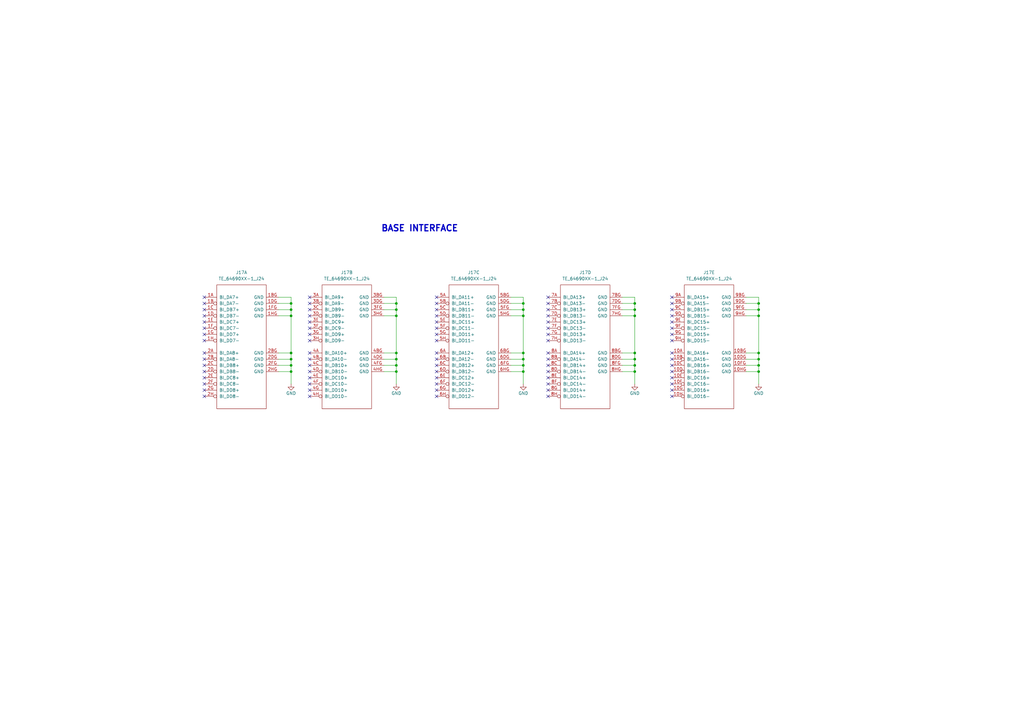
<source format=kicad_sch>
(kicad_sch (version 20211123) (generator eeschema)
  (paper "A3")
  (title_block (title "ATCA Template") (date "2023-01-05") (rev "1.0") (company "Karlsruhe Institute of Technology (KIT)") (comment 1 "Carsten Schmerbeck") (comment 2 "Luis Ardila") (comment 4 "Licensed under CERN-OHL-P v2"))
  (junction (at 260.35 147.32))
  (junction (at 162.56 129.54))
  (junction (at 214.63 152.4))
  (junction (at 214.63 147.32))
  (junction (at 214.63 144.78))
  (junction (at 311.15 149.86))
  (junction (at 119.38 127))
  (junction (at 214.63 149.86))
  (junction (at 162.56 147.32))
  (junction (at 162.56 127))
  (junction (at 119.38 149.86))
  (junction (at 162.56 124.46))
  (junction (at 311.15 124.46))
  (junction (at 214.63 129.54))
  (junction (at 162.56 149.86))
  (junction (at 260.35 144.78))
  (junction (at 214.63 124.46))
  (junction (at 311.15 144.78))
  (junction (at 162.56 144.78))
  (junction (at 260.35 129.54))
  (junction (at 119.38 144.78))
  (junction (at 214.63 127))
  (junction (at 311.15 152.4))
  (junction (at 260.35 152.4))
  (junction (at 311.15 147.32))
  (junction (at 119.38 147.32))
  (junction (at 260.35 149.86))
  (junction (at 119.38 152.4))
  (junction (at 260.35 127))
  (junction (at 260.35 124.46))
  (junction (at 311.15 129.54))
  (junction (at 162.56 152.4))
  (junction (at 119.38 129.54))
  (junction (at 119.38 124.46))
  (junction (at 311.15 127))
  (no_connect (at 275.59 154.94))
  (no_connect (at 224.79 139.7))
  (no_connect (at 224.79 162.56))
  (no_connect (at 275.59 160.02))
  (no_connect (at 179.07 147.32))
  (no_connect (at 179.07 144.78))
  (no_connect (at 179.07 134.62))
  (no_connect (at 127 152.4))
  (no_connect (at 83.82 134.62))
  (no_connect (at 275.59 144.78))
  (no_connect (at 83.82 121.92))
  (no_connect (at 83.82 139.7))
  (no_connect (at 127 121.92))
  (no_connect (at 127 137.16))
  (no_connect (at 275.59 162.56))
  (no_connect (at 275.59 152.4))
  (no_connect (at 179.07 160.02))
  (no_connect (at 83.82 160.02))
  (no_connect (at 275.59 134.62))
  (no_connect (at 275.59 121.92))
  (no_connect (at 127 157.48))
  (no_connect (at 224.79 144.78))
  (no_connect (at 275.59 127))
  (no_connect (at 179.07 124.46))
  (no_connect (at 275.59 124.46))
  (no_connect (at 275.59 129.54))
  (no_connect (at 275.59 157.48))
  (no_connect (at 83.82 147.32))
  (no_connect (at 179.07 152.4))
  (no_connect (at 224.79 154.94))
  (no_connect (at 224.79 147.32))
  (no_connect (at 83.82 162.56))
  (no_connect (at 275.59 137.16))
  (no_connect (at 127 154.94))
  (no_connect (at 83.82 124.46))
  (no_connect (at 224.79 152.4))
  (no_connect (at 127 160.02))
  (no_connect (at 224.79 127))
  (no_connect (at 127 139.7))
  (no_connect (at 83.82 154.94))
  (no_connect (at 83.82 129.54))
  (no_connect (at 127 132.08))
  (no_connect (at 127 124.46))
  (no_connect (at 127 134.62))
  (no_connect (at 179.07 157.48))
  (no_connect (at 179.07 149.86))
  (no_connect (at 127 129.54))
  (no_connect (at 275.59 139.7))
  (no_connect (at 224.79 160.02))
  (no_connect (at 224.79 124.46))
  (no_connect (at 224.79 134.62))
  (no_connect (at 83.82 152.4))
  (no_connect (at 224.79 137.16))
  (no_connect (at 179.07 129.54))
  (no_connect (at 127 147.32))
  (no_connect (at 83.82 127))
  (no_connect (at 83.82 137.16))
  (no_connect (at 127 127))
  (no_connect (at 83.82 149.86))
  (no_connect (at 127 162.56))
  (no_connect (at 224.79 149.86))
  (no_connect (at 224.79 121.92))
  (no_connect (at 179.07 154.94))
  (no_connect (at 179.07 162.56))
  (no_connect (at 127 144.78))
  (no_connect (at 179.07 132.08))
  (no_connect (at 224.79 129.54))
  (no_connect (at 83.82 157.48))
  (no_connect (at 179.07 127))
  (no_connect (at 127 149.86))
  (no_connect (at 179.07 137.16))
  (no_connect (at 179.07 121.92))
  (no_connect (at 275.59 147.32))
  (no_connect (at 83.82 144.78))
  (no_connect (at 275.59 149.86))
  (no_connect (at 83.82 132.08))
  (no_connect (at 275.59 132.08))
  (no_connect (at 179.07 139.7))
  (no_connect (at 224.79 157.48))
  (no_connect (at 224.79 132.08))
  (wire (pts (xy 119.38 152.4) (xy 119.38 157.48)))
  (wire (pts (xy 114.3 144.78) (xy 119.38 144.78)))
  (wire (pts (xy 114.3 129.54) (xy 119.38 129.54)))
  (wire (pts (xy 114.3 127) (xy 119.38 127)))
  (wire (pts (xy 260.35 129.54) (xy 260.35 144.78)))
  (wire (pts (xy 214.63 147.32) (xy 214.63 149.86)))
  (wire (pts (xy 119.38 124.46) (xy 119.38 127)))
  (wire (pts (xy 119.38 127) (xy 119.38 129.54)))
  (wire (pts (xy 114.3 152.4) (xy 119.38 152.4)))
  (wire (pts (xy 162.56 149.86) (xy 162.56 152.4)))
  (wire (pts (xy 209.55 129.54) (xy 214.63 129.54)))
  (wire (pts (xy 255.27 149.86) (xy 260.35 149.86)))
  (wire (pts (xy 255.27 124.46) (xy 260.35 124.46)))
  (wire (pts (xy 209.55 147.32) (xy 214.63 147.32)))
  (wire (pts (xy 119.38 129.54) (xy 119.38 144.78)))
  (wire (pts (xy 311.15 144.78) (xy 311.15 147.32)))
  (wire (pts (xy 306.07 127) (xy 311.15 127)))
  (wire (pts (xy 119.38 149.86) (xy 119.38 152.4)))
  (wire (pts (xy 306.07 129.54) (xy 311.15 129.54)))
  (wire (pts (xy 157.48 124.46) (xy 162.56 124.46)))
  (wire (pts (xy 311.15 149.86) (xy 311.15 152.4)))
  (wire (pts (xy 162.56 144.78) (xy 162.56 147.32)))
  (wire (pts (xy 214.63 121.92) (xy 214.63 124.46)))
  (wire (pts (xy 209.55 121.92) (xy 214.63 121.92)))
  (wire (pts (xy 311.15 121.92) (xy 311.15 124.46)))
  (wire (pts (xy 311.15 152.4) (xy 311.15 157.48)))
  (wire (pts (xy 260.35 147.32) (xy 260.35 149.86)))
  (wire (pts (xy 255.27 129.54) (xy 260.35 129.54)))
  (wire (pts (xy 214.63 152.4) (xy 214.63 157.48)))
  (wire (pts (xy 214.63 144.78) (xy 214.63 147.32)))
  (wire (pts (xy 114.3 121.92) (xy 119.38 121.92)))
  (wire (pts (xy 306.07 124.46) (xy 311.15 124.46)))
  (wire (pts (xy 114.3 149.86) (xy 119.38 149.86)))
  (wire (pts (xy 214.63 124.46) (xy 214.63 127)))
  (wire (pts (xy 162.56 127) (xy 162.56 129.54)))
  (wire (pts (xy 255.27 144.78) (xy 260.35 144.78)))
  (wire (pts (xy 306.07 152.4) (xy 311.15 152.4)))
  (wire (pts (xy 162.56 152.4) (xy 162.56 157.48)))
  (wire (pts (xy 119.38 144.78) (xy 119.38 147.32)))
  (wire (pts (xy 255.27 152.4) (xy 260.35 152.4)))
  (wire (pts (xy 157.48 144.78) (xy 162.56 144.78)))
  (wire (pts (xy 260.35 127) (xy 260.35 129.54)))
  (wire (pts (xy 209.55 124.46) (xy 214.63 124.46)))
  (wire (pts (xy 260.35 152.4) (xy 260.35 157.48)))
  (wire (pts (xy 119.38 121.92) (xy 119.38 124.46)))
  (wire (pts (xy 209.55 149.86) (xy 214.63 149.86)))
  (wire (pts (xy 260.35 124.46) (xy 260.35 127)))
  (wire (pts (xy 214.63 149.86) (xy 214.63 152.4)))
  (wire (pts (xy 157.48 152.4) (xy 162.56 152.4)))
  (wire (pts (xy 209.55 127) (xy 214.63 127)))
  (wire (pts (xy 311.15 147.32) (xy 311.15 149.86)))
  (wire (pts (xy 162.56 121.92) (xy 162.56 124.46)))
  (wire (pts (xy 162.56 147.32) (xy 162.56 149.86)))
  (wire (pts (xy 209.55 144.78) (xy 214.63 144.78)))
  (wire (pts (xy 157.48 149.86) (xy 162.56 149.86)))
  (wire (pts (xy 311.15 127) (xy 311.15 129.54)))
  (wire (pts (xy 114.3 147.32) (xy 119.38 147.32)))
  (wire (pts (xy 255.27 121.92) (xy 260.35 121.92)))
  (wire (pts (xy 157.48 121.92) (xy 162.56 121.92)))
  (wire (pts (xy 306.07 147.32) (xy 311.15 147.32)))
  (wire (pts (xy 311.15 124.46) (xy 311.15 127)))
  (wire (pts (xy 114.3 124.46) (xy 119.38 124.46)))
  (wire (pts (xy 260.35 144.78) (xy 260.35 147.32)))
  (wire (pts (xy 306.07 121.92) (xy 311.15 121.92)))
  (wire (pts (xy 157.48 127) (xy 162.56 127)))
  (wire (pts (xy 255.27 127) (xy 260.35 127)))
  (wire (pts (xy 306.07 149.86) (xy 311.15 149.86)))
  (wire (pts (xy 157.48 147.32) (xy 162.56 147.32)))
  (wire (pts (xy 214.63 127) (xy 214.63 129.54)))
  (wire (pts (xy 260.35 149.86) (xy 260.35 152.4)))
  (wire (pts (xy 119.38 147.32) (xy 119.38 149.86)))
  (wire (pts (xy 260.35 121.92) (xy 260.35 124.46)))
  (wire (pts (xy 306.07 144.78) (xy 311.15 144.78)))
  (wire (pts (xy 162.56 124.46) (xy 162.56 127)))
  (wire (pts (xy 209.55 152.4) (xy 214.63 152.4)))
  (wire (pts (xy 214.63 129.54) (xy 214.63 144.78)))
  (wire (pts (xy 162.56 129.54) (xy 162.56 144.78)))
  (wire (pts (xy 157.48 129.54) (xy 162.56 129.54)))
  (wire (pts (xy 255.27 147.32) (xy 260.35 147.32)))
  (wire (pts (xy 311.15 129.54) (xy 311.15 144.78)))
  (text "BASE INTERFACE" (at 156.21 95.25 0) (effects (font (size 2.54 2.54) (thickness 0.508) bold) (justify left bottom)))
  (symbol (lib_name "TE_64690XX-1_J24_3") (lib_id "KIT_Connector:TE_64690XX-1_J24") (at 142.24 142.24 0) (unit 2)
    (property "Reference" "J17" (at 142.24 111.76 0))
    (property "Value" "TE_64690XX-1_J24" (at 142.24 114.3 0))
    (property "Footprint" "KIT_Connector:TE_6469001-1" (effects hide))
    (property "Datasheet" "https://www.te.com/commerce/DocumentDelivery/DDEController?Action=srchrtrv&DocNm=6469001&DocType=Customer+Drawing&DocLang=English" (effects hide))
    (property "digikey#" "A121106-ND" (effects hide))
    (property "manf" "TE Connectivity" (effects hide))
    (property "manf#" "6469001-1" (effects hide))
    (property "mouser#" "571-6469001-1" (effects hide))
    (property "stock" "Serenity: 20" (effects hide))
  )
  (symbol (lib_id "KIT_Connector:TE_64690XX-1_J24") (at 290.83 142.24 0) (unit 5)
    (property "Reference" "J17" (at 290.83 111.76 0))
    (property "Value" "TE_64690XX-1_J24" (at 290.83 114.3 0))
    (property "Footprint" "KIT_Connector:TE_6469001-1" (effects hide))
    (property "Datasheet" "https://www.te.com/commerce/DocumentDelivery/DDEController?Action=srchrtrv&DocNm=6469001&DocType=Customer+Drawing&DocLang=English" (effects hide))
    (property "digikey#" "A121106-ND" (effects hide))
    (property "manf" "TE Connectivity" (effects hide))
    (property "manf#" "6469001-1" (effects hide))
    (property "mouser#" "571-6469001-1" (effects hide))
    (property "stock" "Serenity: 20" (effects hide))
  )
  (symbol (lib_id "power:GND") (at 162.56 157.48 0) (unit 1)
    (property "Reference" "#PWR01030" (effects hide))
    (property "Value" "GND" (at 162.56 161.29 0))
  )
  (symbol (lib_id "power:GND") (at 214.63 157.48 0) (unit 1)
    (property "Reference" "#PWR01031" (effects hide))
    (property "Value" "GND" (at 214.63 161.29 0))
  )
  (symbol (lib_id "power:GND") (at 119.38 157.48 0) (unit 1)
    (property "Reference" "#PWR0858" (effects hide))
    (property "Value" "GND" (at 119.38 161.29 0))
  )
  (symbol (lib_name "TE_64690XX-1_J24_2") (lib_id "KIT_Connector:TE_64690XX-1_J24") (at 99.06 142.24 0) (unit 1)
    (property "Reference" "J17" (at 99.06 111.76 0))
    (property "Value" "TE_64690XX-1_J24" (at 99.06 114.3 0))
    (property "Footprint" "KIT_Connector:TE_6469001-1" (effects hide))
    (property "Datasheet" "https://www.te.com/commerce/DocumentDelivery/DDEController?Action=srchrtrv&DocNm=6469001&DocType=Customer+Drawing&DocLang=English" (effects hide))
    (property "digikey#" "A121106-ND" (effects hide))
    (property "manf" "TE Connectivity" (effects hide))
    (property "manf#" "6469001-1" (effects hide))
    (property "mouser#" "571-6469001-1" (effects hide))
    (property "stock" "Serenity: 20" (effects hide))
  )
  (symbol (lib_id "power:GND") (at 260.35 157.48 0) (unit 1)
    (property "Reference" "#PWR0859" (effects hide))
    (property "Value" "GND" (at 260.35 161.29 0))
  )
  (symbol (lib_name "TE_64690XX-1_J24_4") (lib_id "KIT_Connector:TE_64690XX-1_J24") (at 194.31 142.24 0) (unit 3)
    (property "Reference" "J17" (at 194.31 111.76 0))
    (property "Value" "TE_64690XX-1_J24" (at 194.31 114.3 0))
    (property "Footprint" "KIT_Connector:TE_6469001-1" (effects hide))
    (property "Datasheet" "https://www.te.com/commerce/DocumentDelivery/DDEController?Action=srchrtrv&DocNm=6469001&DocType=Customer+Drawing&DocLang=English" (effects hide))
    (property "digikey#" "A121106-ND" (effects hide))
    (property "manf" "TE Connectivity" (effects hide))
    (property "manf#" "6469001-1" (effects hide))
    (property "mouser#" "571-6469001-1" (effects hide))
    (property "stock" "Serenity: 20" (effects hide))
  )
  (symbol (lib_name "TE_64690XX-1_J24_1") (lib_id "KIT_Connector:TE_64690XX-1_J24") (at 240.03 142.24 0) (unit 4)
    (property "Reference" "J17" (at 240.03 111.76 0))
    (property "Value" "TE_64690XX-1_J24" (at 240.03 114.3 0))
    (property "Footprint" "KIT_Connector:TE_6469001-1" (effects hide))
    (property "Datasheet" "https://www.te.com/commerce/DocumentDelivery/DDEController?Action=srchrtrv&DocNm=6469001&DocType=Customer+Drawing&DocLang=English" (effects hide))
    (property "digikey#" "A121106-ND" (effects hide))
    (property "manf" "TE Connectivity" (effects hide))
    (property "manf#" "6469001-1" (effects hide))
    (property "mouser#" "571-6469001-1" (effects hide))
    (property "stock" "Serenity: 20" (effects hide))
  )
  (symbol (lib_id "power:GND") (at 311.15 157.48 0) (unit 1)
    (property "Reference" "#PWR01032" (effects hide))
    (property "Value" "GND" (at 311.15 161.29 0))
  )
)
</source>
